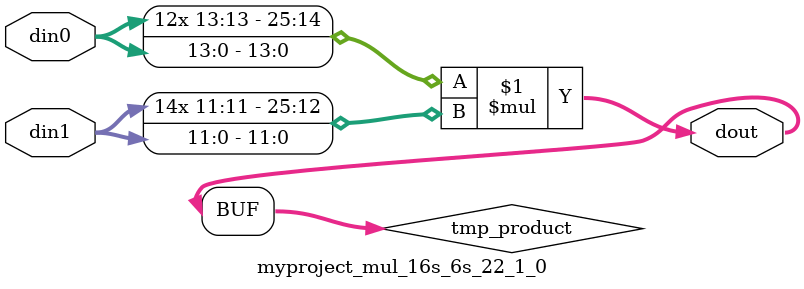
<source format=v>

`timescale 1 ns / 1 ps

  module myproject_mul_16s_6s_22_1_0(din0, din1, dout);
parameter ID = 1;
parameter NUM_STAGE = 0;
parameter din0_WIDTH = 14;
parameter din1_WIDTH = 12;
parameter dout_WIDTH = 26;

input [din0_WIDTH - 1 : 0] din0; 
input [din1_WIDTH - 1 : 0] din1; 
output [dout_WIDTH - 1 : 0] dout;

wire signed [dout_WIDTH - 1 : 0] tmp_product;













assign tmp_product = $signed(din0) * $signed(din1);








assign dout = tmp_product;







endmodule

</source>
